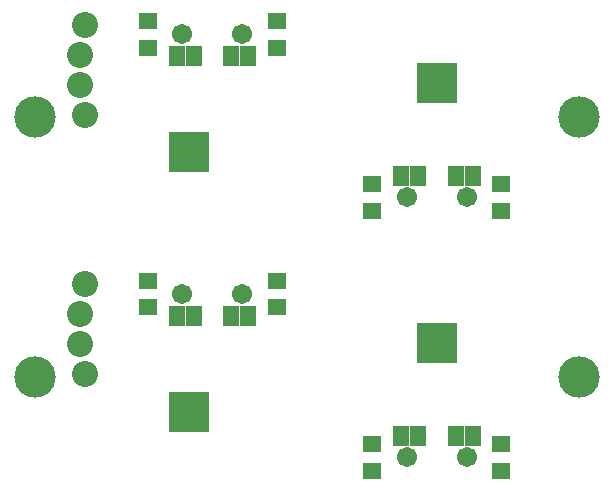
<source format=gbs>
G04 (created by PCBNEW (2013-07-07 BZR 4022)-stable) date 22/01/2014 05:32:29*
%MOIN*%
G04 Gerber Fmt 3.4, Leading zero omitted, Abs format*
%FSLAX34Y34*%
G01*
G70*
G90*
G04 APERTURE LIST*
%ADD10C,0.00590551*%
%ADD11R,0.13811X0.13811*%
%ADD12C,0.13811*%
%ADD13C,0.0672441*%
%ADD14R,0.0554331X0.0715748*%
%ADD15R,0.0633071X0.0518898*%
%ADD16C,0.0869*%
G04 APERTURE END LIST*
G54D10*
G54D11*
X33851Y-31165D03*
G54D12*
X38582Y-32283D03*
G54D13*
X32851Y-34965D03*
X34851Y-34965D03*
G54D14*
X35044Y-34245D03*
X34481Y-34245D03*
X33221Y-34245D03*
X32658Y-34245D03*
G54D15*
X35992Y-34520D03*
X35992Y-35410D03*
X31709Y-34520D03*
X31709Y-35410D03*
G54D11*
X25590Y-33464D03*
G54D12*
X20472Y-32283D03*
G54D16*
X22125Y-32208D03*
X21968Y-31208D03*
X21968Y-30208D03*
X22125Y-29208D03*
G54D13*
X27377Y-29527D03*
X25377Y-29527D03*
G54D14*
X25185Y-30248D03*
X25748Y-30248D03*
X27007Y-30248D03*
X27570Y-30248D03*
G54D15*
X24236Y-29972D03*
X24236Y-29082D03*
X28519Y-29972D03*
X28519Y-29082D03*
G54D13*
X27377Y-20866D03*
X25377Y-20866D03*
G54D14*
X25185Y-21586D03*
X25748Y-21586D03*
X27007Y-21586D03*
X27570Y-21586D03*
G54D15*
X24236Y-21311D03*
X24236Y-20421D03*
X28519Y-21311D03*
X28519Y-20421D03*
G54D16*
X22125Y-23547D03*
X21968Y-22547D03*
X21968Y-21547D03*
X22125Y-20547D03*
G54D12*
X20472Y-23622D03*
G54D11*
X25590Y-24803D03*
G54D13*
X32851Y-26304D03*
X34851Y-26304D03*
G54D14*
X35044Y-25583D03*
X34481Y-25583D03*
X33221Y-25583D03*
X32658Y-25583D03*
G54D15*
X35992Y-25859D03*
X35992Y-26748D03*
X31709Y-25859D03*
X31709Y-26748D03*
G54D12*
X38582Y-23622D03*
G54D11*
X33851Y-22504D03*
M02*

</source>
